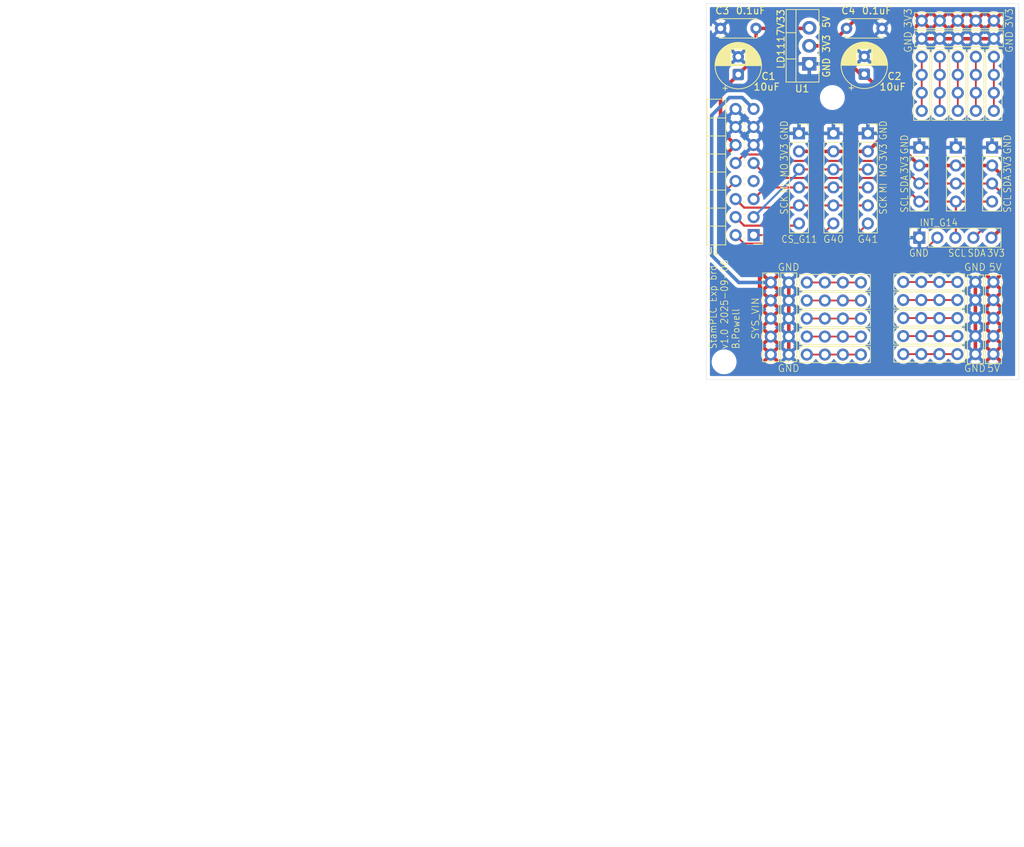
<source format=kicad_pcb>
(kicad_pcb (version 20241229) (generator "pcbnew") (generator_version "9.0")
  (title_block (title "${project_name}") (date "2025-09-06") (rev "1") (company "${company_name}"))
  (layers (0 "F.Cu" signal) (2 "B.Cu" signal) (13 "F.Paste" user) (15 "B.Paste" user) (5 "F.SilkS" user "F.Silkscreen") (7 "B.SilkS" user "B.Silkscreen") (1 "F.Mask" user) (3 "B.Mask" user) (25 "Edge.Cuts" user))
  (property "company_name" "Spark14")
  (property "project_name" "M5Stack StamPLC Expansion board")
  (net 0 "")
  (net 1 "+5V")
  (net 2 "GND")
  (net 3 "+3.3V")
  (net 4 "/INT_G14")
  (net 5 "/SYS_VIN")
  (net 6 "/SCK_G7")
  (net 7 "/MISO_G9")
  (net 8 "/SCL_G15")
  (net 9 "/SDA_G13")
  (net 10 "/CS_G11")
  (net 11 "/MOSI_G8")
  (net 12 "/PHY_RST_G3")
  (net 13 "/G41")
  (net 14 "/G40")
  (net 15 "Net-(J11-Pin_1)")
  (net 16 "Net-(J12-Pin_1)")
  (net 17 "Net-(J13-Pin_1)")
  (net 18 "Net-(J14-Pin_1)")
  (net 19 "Net-(J15-Pin_1)")
  (net 20 "Net-(J18-Pin_1)")
  (net 21 "Net-(J19-Pin_1)")
  (net 22 "Net-(J20-Pin_1)")
  (net 23 "Net-(J21-Pin_1)")
  (net 24 "Net-(J22-Pin_1)")
  (net 25 "Net-(J25-Pin_1)")
  (net 26 "Net-(J26-Pin_1)")
  (net 27 "Net-(J27-Pin_1)")
  (net 28 "Net-(J28-Pin_1)")
  (net 29 "Net-(J29-Pin_1)")
  (footprint "project_footprints:PinSocket_1x05_P2.54mm_Vertical_for_breadboard" (layer "F.Cu") (at 161.19 113.5)
    (property "Reference" "J17" (hide yes))
    (property "Value" "Conn_01x05" (hide yes))
    (pad "1" thru_hole circle (at 0 0) (size 1.7 1.7) (drill 1) (layers "*.Cu" "*.Mask") (net 1 "+5V"))
    (pad "2" thru_hole circle (at 0 2.54) (size 1.7 1.7) (drill 1) (layers "*.Cu" "*.Mask") (net 1 "+5V"))
    (pad "3" thru_hole circle (at 0 5.08) (size 1.7 1.7) (drill 1) (layers "*.Cu" "*.Mask") (net 1 "+5V"))
    (pad "4" thru_hole circle (at 0 7.62) (size 1.7 1.7) (drill 1) (layers "*.Cu" "*.Mask") (net 1 "+5V"))
    (pad "5" thru_hole circle (at 0 10.16) (size 1.7 1.7) (drill 1) (layers "*.Cu" "*.Mask") (net 1 "+5V"))
  )
  (footprint "project_footprints:PinSocket_1x04_P2.54mm_Vertical_for_breadboard" (layer "F.Cu") (at 134.902307 116.105 90)
    (property "Reference" "J28" (hide yes))
    (property "Value" "Conn_01x04" (hide yes))
    (pad "1" thru_hole circle (at 0 0 90) (size 1.7 1.7) (drill 1) (layers "*.Cu" "*.Mask") (net 28 "Net-(J28-Pin_1)"))
    (pad "2" thru_hole circle (at 0 2.54 90) (size 1.7 1.7) (drill 1) (layers "*.Cu" "*.Mask") (net 28 "Net-(J28-Pin_1)"))
    (pad "3" thru_hole circle (at 0 5.08 90) (size 1.7 1.7) (drill 1) (layers "*.Cu" "*.Mask") (net 28 "Net-(J28-Pin_1)"))
    (pad "4" thru_hole circle (at 0 7.62 90) (size 1.7 1.7) (drill 1) (layers "*.Cu" "*.Mask") (net 28 "Net-(J28-Pin_1)"))
  )
  (footprint "project_footprints:PinSocket_1x04_P2.54mm_Vertical_for_breadboard" (layer "F.Cu") (at 134.902307 121.185 90)
    (property "Reference" "J26" (hide yes))
    (property "Value" "Conn_01x04" (hide yes))
    (pad "1" thru_hole circle (at 0 0 90) (size 1.7 1.7) (drill 1) (layers "*.Cu" "*.Mask") (net 26 "Net-(J26-Pin_1)"))
    (pad "2" thru_hole circle (at 0 2.54 90) (size 1.7 1.7) (drill 1) (layers "*.Cu" "*.Mask") (net 26 "Net-(J26-Pin_1)"))
    (pad "3" thru_hole circle (at 0 5.08 90) (size 1.7 1.7) (drill 1) (layers "*.Cu" "*.Mask") (net 26 "Net-(J26-Pin_1)"))
    (pad "4" thru_hole circle (at 0 7.62 90) (size 1.7 1.7) (drill 1) (layers "*.Cu" "*.Mask") (net 26 "Net-(J26-Pin_1)"))
  )
  (footprint "Connector_PinSocket_2.54mm:PinSocket_1x06_P2.54mm_Vertical" (layer "F.Cu") (at 143.5 92.55)
    (property "Reference" "J4" (hide yes))
    (property "Value" "Conn_01x06" (hide yes))
    (fp_text user "3V3" (at 2.75 4 90) (layer "F.SilkS") (effects (font (size 1 0.9) (thickness 0.1)) (justify left bottom)))
    (fp_text user "SCK" (at 2.75 11.5 90) (layer "F.SilkS") (effects (font (size 1 0.9) (thickness 0.1)) (justify left bottom)))
    (fp_text user "MO" (at 2.75 6.25 90) (layer "F.SilkS") (effects (font (size 1 0.9) (thickness 0.1)) (justify left bottom)))
    (fp_text user "G41" (at -1.5 15.5 0) (layer "F.SilkS") (effects (font (thickness 0.1)) (justify left bottom)))
    (fp_text user "GND" (at 2.75 1 90) (layer "F.SilkS") (effects (font (size 1 0.9) (thickness 0.1)) (justify left bottom)))
    (fp_text user "MI" (at 2.75 8.5 90) (layer "F.SilkS") (effects (font (size 1 0.9) (thickness 0.1)) (justify left bottom)))
    (pad "1" thru_hole rect (at 0 0) (size 1.7 1.7) (drill 1) (layers "*.Cu" "*.Mask") (net 2 "GND"))
    (pad "2" thru_hole circle (at 0 2.54) (size 1.7 1.7) (drill 1) (layers "*.Cu" "*.Mask") (net 3 "+3.3V"))
    (pad "3" thru_hole circle (at 0 5.08) (size 1.7 1.7) (drill 1) (layers "*.Cu" "*.Mask") (net 11 "/MOSI_G8"))
    (pad "4" thru_hole circle (at 0 7.62) (size 1.7 1.7) (drill 1) (layers "*.Cu" "*.Mask") (net 7 "/MISO_G9"))
    (pad "5" thru_hole circle (at 0 10.16) (size 1.7 1.7) (drill 1) (layers "*.Cu" "*.Mask") (net 6 "/SCK_G7"))
    (pad "6" thru_hole circle (at 0 12.7) (size 1.7 1.7) (drill 1) (layers "*.Cu" "*.Mask") (net 13 "/G41"))
  )
  (footprint "project_footprints:PinSocket_1x04_P2.54mm_Vertical_for_breadboard" (layer "F.Cu") (at 151.09 81.75)
    (property "Reference" "J11" (hide yes))
    (property "Value" "Conn_01x04" (hide yes))
    (pad "1" thru_hole circle (at 0 0) (size 1.7 1.7) (drill 1) (layers "*.Cu" "*.Mask") (net 15 "Net-(J11-Pin_1)"))
    (pad "2" thru_hole circle (at 0 2.54) (size 1.7 1.7) (drill 1) (layers "*.Cu" "*.Mask") (net 15 "Net-(J11-Pin_1)"))
    (pad "3" thru_hole circle (at 0 5.08) (size 1.7 1.7) (drill 1) (layers "*.Cu" "*.Mask") (net 15 "Net-(J11-Pin_1)"))
    (pad "4" thru_hole circle (at 0 7.62) (size 1.7 1.7) (drill 1) (layers "*.Cu" "*.Mask") (net 15 "Net-(J11-Pin_1)"))
  )
  (footprint "Connector_PinSocket_2.54mm:PinSocket_1x05_P2.54mm_Vertical" (layer "F.Cu") (at 150.75 107.25 90)
    (property "Reference" "J8" (hide yes))
    (property "Value" "Conn_01x05" (hide yes))
    (fp_text user "GND" (at -2.75 -1.5 0) (layer "F.SilkS") (effects (font (size 1 0.9) (thickness 0.1)) (justify left bottom)))
    (fp_text user "SCL" (at -2.75 4 0) (layer "F.SilkS") (effects (font (size 1 0.9) (thickness 0.1)) (justify left bottom)))
    (fp_text user "INT_G14" (at 1.53 0 0) (layer "F.SilkS") (effects (font (size 1 0.9) (thickness 0.1)) (justify left bottom)))
    (fp_text user "SDA" (at -2.75 6.75 0) (layer "F.SilkS") (effects (font (size 1 0.9) (thickness 0.1)) (justify left bottom)))
    (fp_text user "3V3" (at -2.75 9.5 0) (layer "F.SilkS") (effects (font (size 1 0.9) (thickness 0.1)) (justify left bottom)))
    (pad "1" thru_hole rect (at 0 0 90) (size 1.7 1.7) (drill 1) (layers "*.Cu" "*.Mask") (net 2 "GND"))
    (pad "2" thru_hole circle (at 0 2.54 90) (size 1.7 1.7) (drill 1) (layers "*.Cu" "*.Mask") (net 4 "/INT_G14"))
    (pad "3" thru_hole circle (at 0 5.08 90) (size 1.7 1.7) (drill 1) (layers "*.Cu" "*.Mask") (net 8 "/SCL_G15"))
    (pad "4" thru_hole circle (at 0 7.62 90) (size 1.7 1.7) (drill 1) (layers "*.Cu" "*.Mask") (net 9 "/SDA_G13"))
    (pad "5" thru_hole circle (at 0 10.16 90) (size 1.7 1.7) (drill 1) (layers "*.Cu" "*.Mask") (net 3 "+3.3V"))
  )
  (footprint "Capacitor_THT:CP_Radial_D6.3mm_P2.50mm" (layer "F.Cu") (at 143 84.205113 90)
    (property "Reference" "C2" (at -0.294887 4.25 180) (layer "F.SilkS"))
    (property "Value" "10uF" (at -1.794887 4 180) (layer "F.SilkS"))
    (pad "1" thru_hole roundrect (at 0 0 90) (size 1.6 1.6) (drill 0.8) (layers "*.Cu" "*.Mask") (roundrect_rratio 0.15625) (net 3 "+3.3V"))
    (pad "2" thru_hole circle (at 2.5 0 90) (size 1.6 1.6) (drill 0.8) (layers "*.Cu" "*.Mask") (net 2 "GND"))
  )
  (footprint "project_footprints:PinSocket_1x05_P2.54mm_Vertical_for_breadboard" (layer "F.Cu") (at 151.09 79.21 90)
    (property "Reference" "J9" (hide yes))
    (property "Value" "Conn_01x05" (hide yes))
    (pad "1" thru_hole circle (at 0 0 90) (size 1.7 1.7) (drill 1) (layers "*.Cu" "*.Mask") (net 2 "GND"))
    (pad "2" thru_hole circle (at 0 2.54 90) (size 1.7 1.7) (drill 1) (layers "*.Cu" "*.Mask") (net 2 "GND"))
    (pad "3" thru_hole circle (at 0 5.08 90) (size 1.7 1.7) (drill 1) (layers "*.Cu" "*.Mask") (net 2 "GND"))
    (pad "4" thru_hole circle (at 0 7.62 90) (size 1.7 1.7) (drill 1) (layers "*.Cu" "*.Mask") (net 2 "GND"))
    (pad "5" thru_hole circle (at 0 10.16 90) (size 1.7 1.7) (drill 1) (layers "*.Cu" "*.Mask") (net 2 "GND"))
  )
  (footprint "project_footprints:PinSocket_1x04_P2.54mm_Vertical_for_breadboard" (layer "F.Cu") (at 156.17 81.75)
    (property "Reference" "J13" (hide yes))
    (property "Value" "Conn_01x04" (hide yes))
    (pad "1" thru_hole circle (at 0 0) (size 1.7 1.7) (drill 1) (layers "*.Cu" "*.Mask") (net 17 "Net-(J13-Pin_1)"))
    (pad "2" thru_hole circle (at 0 2.54) (size 1.7 1.7) (drill 1) (layers "*.Cu" "*.Mask") (net 17 "Net-(J13-Pin_1)"))
    (pad "3" thru_hole circle (at 0 5.08) (size 1.7 1.7) (drill 1) (layers "*.Cu" "*.Mask") (net 17 "Net-(J13-Pin_1)"))
    (pad "4" thru_hole circle (at 0 7.62) (size 1.7 1.7) (drill 1) (layers "*.Cu" "*.Mask") (net 17 "Net-(J13-Pin_1)"))
  )
  (footprint "Connector_PinSocket_2.54mm:PinSocket_1x04_P2.54mm_Vertical" (layer "F.Cu") (at 155.9 94.54)
    (property "Reference" "J6" (hide yes))
    (property "Value" "Conn_01x04" (hide yes))
    (pad "1" thru_hole rect (at 0 0) (size 1.7 1.7) (drill 1) (layers "*.Cu" "*.Mask") (net 2 "GND"))
    (pad "2" thru_hole circle (at 0 2.54) (size 1.7 1.7) (drill 1) (layers "*.Cu" "*.Mask") (net 3 "+3.3V"))
    (pad "3" thru_hole circle (at 0 5.08) (size 1.7 1.7) (drill 1) (layers "*.Cu" "*.Mask") (net 9 "/SDA_G13"))
    (pad "4" thru_hole circle (at 0 7.62) (size 1.7 1.7) (drill 1) (layers "*.Cu" "*.Mask") (net 8 "/SCL_G15"))
  )
  (footprint "Connector_PinSocket_2.54mm:PinSocket_1x06_P2.54mm_Vertical" (layer "F.Cu") (at 138.65 92.55)
    (property "Reference" "J3" (hide yes))
    (property "Value" "Conn_01x06" (hide yes))
    (fp_text user "G40" (at -1.5 15.5 0) (layer "F.SilkS") (effects (font (thickness 0.1)) (justify left bottom)))
    (pad "1" thru_hole rect (at 0 0) (size 1.7 1.7) (drill 1) (layers "*.Cu" "*.Mask") (net 2 "GND"))
    (pad "2" thru_hole circle (at 0 2.54) (size 1.7 1.7) (drill 1) (layers "*.Cu" "*.Mask") (net 3 "+3.3V"))
    (pad "3" thru_hole circle (at 0 5.08) (size 1.7 1.7) (drill 1) (layers "*.Cu" "*.Mask") (net 11 "/MOSI_G8"))
    (pad "4" thru_hole circle (at 0 7.62) (size 1.7 1.7) (drill 1) (layers "*.Cu" "*.Mask") (net 7 "/MISO_G9"))
    (pad "5" thru_hole circle (at 0 10.16) (size 1.7 1.7) (drill 1) (layers "*.Cu" "*.Mask") (net 6 "/SCK_G7"))
    (pad "6" thru_hole circle (at 0 12.7) (size 1.7 1.7) (drill 1) (layers "*.Cu" "*.Mask") (net 14 "/G40"))
  )
  (footprint "Capacitor_THT:C_Disc_D5.0mm_W2.5mm_P5.00mm" (layer "F.Cu") (at 127.75 77.75 180)
    (property "Reference" "C3" (at 4.75 2.5 0) (layer "F.SilkS"))
    (property "Value" "0.1uF" (at 0.75 2.5 0) (layer "F.SilkS"))
    (pad "1" thru_hole circle (at 0 0 180) (size 1.6 1.6) (drill 0.8) (layers "*.Cu" "*.Mask") (net 1 "+5V"))
    (pad "2" thru_hole circle (at 5 0 180) (size 1.6 1.6) (drill 0.8) (layers "*.Cu" "*.Mask") (net 2 "GND"))
  )
  (footprint "project_footprints:PinSocket_1x05_P2.54mm_Vertical_for_breadboard" (layer "F.Cu") (at 129.822307 123.725 180)
    (property "Reference" "J24" (hide yes))
    (property "Value" "Conn_01x05" (hide yes))
    (pad "1" thru_hole circle (at 0 0 180) (size 1.7 1.7) (drill 1) (layers "*.Cu" "*.Mask") (net 5 "/SYS_VIN"))
    (pad "2" thru_hole circle (at 0 2.54 180) (size 1.7 1.7) (drill 1) (layers "*.Cu" "*.Mask") (net 5 "/SYS_VIN"))
    (pad "3" thru_hole circle (at 0 5.08 180) (size 1.7 1.7) (drill 1) (layers "*.Cu" "*.Mask") (net 5 "/SYS_VIN"))
    (pad "4" thru_hole circle (at 0 7.62 180) (size 1.7 1.7) (drill 1) (layers "*.Cu" "*.Mask") (net 5 "/SYS_VIN"))
    (pad "5" thru_hole circle (at 0 10.16 180) (size 1.7 1.7) (drill 1) (layers "*.Cu" "*.Mask") (net 5 "/SYS_VIN"))
  )
  (footprint "project_footprints:PinSocket_1x04_P2.54mm_Vertical_for_breadboard" (layer "F.Cu") (at 158.71 81.75)
    (property "Reference" "J14" (hide yes))
    (property "Value" "Conn_01x04" (hide yes))
    (pad "1" thru_hole circle (at 0 0) (size 1.7 1.7) (drill 1) (layers "*.Cu" "*.Mask") (net 18 "Net-(J14-Pin_1)"))
    (pad "2" thru_hole circle (at 0 2.54) (size 1.7 1.7) (drill 1) (layers "*.Cu" "*.Mask") (net 18 "Net-(J14-Pin_1)"))
    (pad "3" thru_hole circle (at 0 5.08) (size 1.7 1.7) (drill 1) (layers "*.Cu" "*.Mask") (net 18 "Net-(J14-Pin_1)"))
    (pad "4" thru_hole circle (at 0 7.62) (size 1.7 1.7) (drill 1) (layers "*.Cu" "*.Mask") (net 18 "Net-(J14-Pin_1)"))
  )
  (footprint "Capacitor_THT:CP_Radial_D6.3mm_P2.50mm" (layer "F.Cu") (at 125.25 84.25 90)
    (property "Reference" "C1" (at -0.25 4.25 180) (layer "F.SilkS"))
    (property "Value" "10uF" (at -1.75 4 180) (layer "F.SilkS"))
    (pad "1" thru_hole roundrect (at 0 0 90) (size 1.6 1.6) (drill 0.8) (layers "*.Cu" "*.Mask") (roundrect_rratio 0.15625) (net 1 "+5V"))
    (pad "2" thru_hole circle (at 2.5 0 90) (size 1.6 1.6) (drill 0.8) (layers "*.Cu" "*.Mask") (net 2 "GND"))
  )
  (footprint "Package_TO_SOT_THT:TO-220-3_Vertical" (layer "F.Cu") (at 135.25 82.75 90)
    (property "Reference" "U1" (at -3.5 -1 180) (layer "F.SilkS"))
    (property "Value" "LD1117V33" (at 3.5 -4 90) (layer "F.SilkS"))
    (fp_text user "GND" (at -2 3 90) (layer "F.SilkS") (effects (font (size 1 0.9)) (justify left bottom)))
    (fp_text user "3V3" (at 1.5 3 90) (layer "F.SilkS") (effects (font (size 1 0.9)) (justify left bottom)))
    (fp_text user "5V" (at 5 3 90) (layer "F.SilkS") (effects (font (size 1 0.9)) (justify left bottom)))
    (pad "1" thru_hole rect (at 0 0 90) (size 1.905 2) (drill 1.1) (layers "*.Cu" "*.Mask") (net 2 "GND"))
    (pad "2" thru_hole oval (at 2.54 0 90) (size 1.905 2) (drill 1.1) (layers "*.Cu" "*.Mask") (net 3 "+3.3V"))
    (pad "3" thru_hole oval (at 5.08 0 90) (size 1.905 2) (drill 1.1) (layers "*.Cu" "*.Mask") (net 1 "+5V"))
  )
  (footprint "project_footprints:PinSocket_1x04_P2.54mm_Vertical_for_breadboard" (layer "F.Cu") (at 156.11 116.04 -90)
    (property "Reference" "J19" (hide yes))
    (property "Value" "Conn_01x04" (hide yes))
    (pad "1" thru_hole circle (at 0 0 270) (size 1.7 1.7) (drill 1) (layers "*.Cu" "*.Mask") (net 21 "Net-(J19-Pin_1)"))
    (pad "2" thru_hole circle (at 0 2.54 270) (size 1.7 1.7) (drill 1) (layers "*.Cu" "*.Mask") (net 21 "Net-(J19-Pin_1)"))
    (pad "3" thru_hole circle (at 0 5.08 270) (size 1.7 1.7) (drill 1) (layers "*.Cu" "*.Mask") (net 21 "Net-(J19-Pin_1)"))
    (pad "4" thru_hole circle (at 0 7.62 270) (size 1.7 1.7) (drill 1) (layers "*.Cu" "*.Mask") (net 21 "Net-(J19-Pin_1)"))
  )
  (footprint "project_footprints:PinSocket_1x05_P2.54mm_Vertical_for_breadboard" (layer "F.Cu") (at 132.362307 123.725 180)
    (property "Reference" "J23" (hide yes))
    (property "Value" "Conn_01x05" (hide yes))
    (pad "1" thru_hole circle (at 0 0 180) (size 1.7 1.7) (drill 1) (layers "*.Cu" "*.Mask") (net 2 "GND"))
    (pad "2" thru_hole circle (at 0 2.54 180) (size 1.7 1.7) (drill 1) (layers "*.Cu" "*.Mask") (net 2 "GND"))
    (pad "3" thru_hole circle (at 0 5.08 180) (size 1.7 1.7) (drill 1) (layers "*.Cu" "*.Mask") (net 2 "GND"))
    (pad "4" thru_hole circle (at 0 7.62 180) (size 1.7 1.7) (drill 1) (layers "*.Cu" "*.Mask") (net 2 "GND"))
    (pad "5" thru_hole circle (at 0 10.16 180) (size 1.7 1.7) (drill 1) (layers "*.Cu" "*.Mask") (net 2 "GND"))
  )
  (footprint "project_footprints:PinSocket_1x04_P2.54mm_Vertical_for_breadboard" (layer "F.Cu") (at 156.11 113.5 -90)
    (property "Reference" "J18" (hide yes))
    (property "Value" "Conn_01x04" (hide yes))
    (pad "1" thru_hole circle (at 0 0 270) (size 1.7 1.7) (drill 1) (layers "*.Cu" "*.Mask") (net 20 "Net-(J18-Pin_1)"))
    (pad "2" thru_hole circle (at 0 2.54 270) (size 1.7 1.7) (drill 1) (layers "*.Cu" "*.Mask") (net 20 "Net-(J18-Pin_1)"))
    (pad "3" thru_hole circle (at 0 5.08 270) (size 1.7 1.7) (drill 1) (layers "*.Cu" "*.Mask") (net 20 "Net-(J18-Pin_1)"))
    (pad "4" thru_hole circle (at 0 7.62 270) (size 1.7 1.7) (drill 1) (layers "*.Cu" "*.Mask") (net 20 "Net-(J18-Pin_1)"))
  )
  (footprint "Capacitor_THT:C_Disc_D5.0mm_W2.5mm_P5.00mm" (layer "F.Cu") (at 140.5 77.75)
    (property "Reference" "C4" (at 0.25 -2.5 0) (layer "F.SilkS"))
    (property "Value" "0.1uF" (at 4.25 -2.5 0) (layer "F.SilkS"))
    (pad "1" thru_hole circle (at 0 0) (size 1.6 1.6) (drill 0.8) (layers "*.Cu" "*.Mask") (net 3 "+3.3V"))
    (pad "2" thru_hole circle (at 5 0) (size 1.6 1.6) (drill 0.8) (layers "*.Cu" "*.Mask") (net 2 "GND"))
  )
  (footprint "Connector_PinHeader_2.54mm:PinHeader_2x08_P2.54mm_Horizontal" (layer "F.Cu") (at 127.41 106.89 180)
    (property "Reference" "J1" (at 5.655 -2.27 0) (layer "F.SilkS"))
    (property "Value" "Conn_02x08_Odd_Even" (hide yes))
    (pad "1" thru_hole rect (at 0 0 180) (size 1.7 1.7) (drill 1) (layers "*.Cu" "*.Mask") (net 14 "/G40"))
    (pad "2" thru_hole circle (at 2.54 0 180) (size 1.7 1.7) (drill 1) (layers "*.Cu" "*.Mask") (net 13 "/G41"))
    (pad "3" thru_hole circle (at 0 2.54 180) (size 1.7 1.7) (drill 1) (layers "*.Cu" "*.Mask") (net 11 "/MOSI_G8"))
    (pad "4" thru_hole circle (at 2.54 2.54 180) (size 1.7 1.7) (drill 1) (layers "*.Cu" "*.Mask") (net 10 "/CS_G11"))
    (pad "5" thru_hole circle (at 0 5.08 180) (size 1.7 1.7) (drill 1) (layers "*.Cu" "*.Mask") (net 7 "/MISO_G9"))
    (pad "6" thru_hole circle (at 2.54 5.08 180) (size 1.7 1.7) (drill 1) (layers "*.Cu" "*.Mask") (net 6 "/SCK_G7"))
    (pad "7" thru_hole circle (at 0 7.62 180) (size 1.7 1.7) (drill 1) (layers "*.Cu" "*.Mask") (net 12 "/PHY_RST_G3"))
    (pad "8" thru_hole circle (at 2.54 7.62 180) (size 1.7 1.7) (drill 1) (layers "*.Cu" "*.Mask") (net 4 "/INT_G14"))
    (pad "9" thru_hole circle (at 0 10.16 180) (size 1.7 1.7) (drill 1) (layers "*.Cu" "*.Mask") (net 8 "/SCL_G15"))
    (pad "10" thru_hole circle (at 2.54 10.16 180) (size 1.7 1.7) (drill 1) (layers "*.Cu" "*.Mask") (net 9 "/SDA_G13"))
    (pad "11" thru_hole circle (at 0 12.7 180) (size 1.7 1.7) (drill 1) (layers "*.Cu" "*.Mask") (net 2 "GND"))
    (pad "12" thru_hole circle (at 2.54 12.7 180) (size 1.7 1.7) (drill 1) (layers "*.Cu" "*.Mask") (net 1 "+5V"))
    (pad "13" thru_hole circle (at 0 15.24 180) (size 1.7 1.7) (drill 1) (layers "*.Cu" "*.Mask") (net 2 "GND"))
    (pad "14" thru_hole circle (at 2.54 15.24 180) (size 1.7 1.7) (drill 1) (layers "*.Cu" "*.Mask") (net 2 "GND"))
    (pad "15" thru_hole circle (at 0 17.78 180) (size 1.7 1.7) (drill 1) (layers "*.Cu" "*.Mask") (net 5 "/SYS_VIN"))
    (pad "16" thru_hole circle (at 2.54 17.78 180) (size 1.7 1.7) (drill 1) (layers "*.Cu" "*.Mask") (net 2 "GND"))
  )
  (footprint "project_footprints:PinSocket_1x04_P2.54mm_Vertical_for_breadboard" (layer "F.Cu") (at 156.11 118.58 -90)
    (property "Reference" "J20" (hide yes))
    (property "Value" "Conn_01x04" (hide yes))
    (pad "1" thru_hole circle (at 0 0 270) (size 1.7 1.7) (drill 1) (layers "*.Cu" "*.Mask") (net 22 "Net-(J20-Pin_1)"))
    (pad "2" thru_hole circle (at 0 2.54 270) (size 1.7 1.7) (drill 1) (layers "*.Cu" "*.Mask") (net 22 "Net-(J20-Pin_1)"))
    (pad "3" thru_hole circle (at 0 5.08 270) (size 1.7 1.7) (drill 1) (layers "*.Cu" "*.Mask") (net 22 "Net-(J20-Pin_1)"))
    (pad "4" thru_hole circle (at 0 7.62 270) (size 1.7 1.7) (drill 1) (layers "*.Cu" "*.Mask") (net 22 "Net-(J20-Pin_1)"))
  )
  (footprint "project_footprints:PinSocket_1x04_P2.54mm_Vertical_for_breadboard" (layer "F.Cu") (at 156.11 123.66 -90)
    (property "Reference" "J22" (hide yes))
    (property "Value" "Conn_01x04" (hide yes))
    (pad "1" thru_hole circle (at 0 0 270) (size 1.7 1.7) (drill 1) (layers "*.Cu" "*.Mask") (net 24 "Net-(J22-Pin_1)"))
    (pad "2" thru_hole circle (at 0 2.54 270) (size 1.7 1.7) (drill 1) (layers "*.Cu" "*.Mask") (net 24 "Net-(J22-Pin_1)"))
    (pad "3" thru_hole circle (at 0 5.08 270) (size 1.7 1.7) (drill 1) (layers "*.Cu" "*.Mask") (net 24 "Net-(J22-Pin_1)"))
    (pad "4" thru_hole circle (at 0 7.62 270) (size 1.7 1.7) (drill 1) (layers "*.Cu" "*.Mask") (net 24 "Net-(J22-Pin_1)"))
  )
  (footprint "project_footprints:PinSocket_1x05_P2.54mm_Vertical_for_breadboard" (layer "F.Cu") (at 151.09 76.67 90)
    (property "Reference" "J10" (hide yes))
    (property "Value" "Conn_01x05" (hide yes))
    (pad "1" thru_hole circle (at 0 0 90) (size 1.7 1.7) (drill 1) (layers "*.Cu" "*.Mask") (net 3 "+3.3V"))
    (pad "2" thru_hole circle (at 0 2.54 90) (size 1.7 1.7) (drill 1) (layers "*.Cu" "*.Mask") (net 3 "+3.3V"))
    (pad "3" thru_hole circle (at 0 5.08 90) (size 1.7 1.7) (drill 1) (layers "*.Cu" "*.Mask") (net 3 "+3.3V"))
    (pad "4" thru_hole circle (at 0 7.62 90) (size 1.7 1.7) (drill 1) (layers "*.Cu" "*.Mask") (net 3 "+3.3V"))
    (pad "5" thru_hole circle (at 0 10.16 90) (size 1.7 1.7) (drill 1) (layers "*.Cu" "*.Mask") (net 3 "+3.3V"))
  )
  (footprint "project_footprints:PinSocket_1x04_P2.54mm_Vertical_for_breadboard" (layer "F.Cu") (at 161.25 81.75)
    (property "Reference" "J15" (hide yes))
    (property "Value" "Conn_01x04" (hide yes))
    (pad "1" thru_hole circle (at 0 0) (size 1.7 1.7) (drill 1) (layers "*.Cu" "*.Mask") (net 19 "Net-(J15-Pin_1)"))
    (pad "2" thru_hole circle (at 0 2.54) (size 1.7 1.7) (drill 1) (layers "*.Cu" "*.Mask") (net 19 "Net-(J15-Pin_1)"))
    (pad "3" thru_hole circle (at 0 5.08) (size 1.7 1.7) (drill 1) (layers "*.Cu" "*.Mask") (net 19 "Net-(J15-Pin_1)"))
    (pad "4" thru_hole circle (at 0 7.62) (size 1.7 1.7) (drill 1) (layers "*.Cu" "*.Mask") (net 19 "Net-(J15-Pin_1)"))
  )
  (footprint "project_footprints:PinSocket_1x04_P2.54mm_Vertical_for_breadboard" (layer "F.Cu") (at 134.902307 123.725 90)
    (property "Reference" "J25" (hide yes))
    (property "Value" "Conn_01x04" (hide yes))
    (pad "1" thru_hole circle (at 0 0 90) (size 1.7 1.7) (drill 1) (layers "*.Cu" "*.Mask") (net 25 "Net-(J25-Pin_1)"))
    (pad "2" thru_hole circle (at 0 2.54 90) (size 1.7 1.7) (drill 1) (layers "*.Cu" "*.Mask") (net 25 "Net-(J25-Pin_1)"))
    (pad "3" thru_hole circle (at 0 5.08 90) (size 1.7 1.7) (drill 1) (layers "*.Cu" "*.Mask") (net 25 "Net-(J25-Pin_1)"))
    (pad "4" thru_hole circle (at 0 7.62 90) (size 1.7 1.7) (drill 1) (layers "*.Cu" "*.Mask") (net 25 "Net-(J25-Pin_1)"))
  )
  (footprint "Connector_PinSocket_2.54mm:PinSocket_1x04_P2.54mm_Vertical" (layer "F.Cu") (at 161 94.54)
    (property "Reference" "J7" (hide yes))
    (property "Value" "Conn_01x04" (hide yes))
    (fp_text user "GND" (at 2.75 1 90) (layer "F.SilkS") (effects (font (size 1 0.9) (thickness 0.1)) (justify left bottom)))
    (fp_text user "3V3" (at 2.75 3.75 90) (layer "F.SilkS") (effects (font (size 1 0.9) (thickness 0.1)) (justify left bottom)))
    (fp_text user "SCL" (at 2.75 9.25 90) (layer "F.SilkS") (effects (font (size 1 0.9) (thickness 0.1)) (justify left bottom)))
    (fp_text user "SDA" (at 2.75 6.5 90) (layer "F.SilkS") (effects (font (size 1 0.9) (thickness 0.1)) (justify left bottom)))
    (pad "1" thru_hole rect (at 0 0) (size 1.7 1.7) (drill 1) (layers "*.Cu" "*.Mask") (net 2 "GND"))
    (pad "2" thru_hole circle (at 0 2.54) (size 1.7 1.7) (drill 1) (layers "*.Cu" "*.Mask") (net 3 "+3.3V"))
    (pad "3" thru_hole circle (at 0 5.08) (size 1.7 1.7) (drill 1) (layers "*.Cu" "*.Mask") (net 9 "/SDA_G13"))
    (pad "4" thru_hole circle (at 0 7.62) (size 1.7 1.7) (drill 1) (layers "*.Cu" "*.Mask") (net 8 "/SCL_G15"))
  )
  (footprint "project_footprints:PinSocket_1x04_P2.54mm_Vertical_for_breadboard" (layer "F.Cu") (at 134.902307 113.565 90)
    (property "Reference" "J29" (hide yes))
    (property "Value" "Conn_01x04" (hide yes))
    (pad "1" thru_hole circle (at 0 0 90) (size 1.7 1.7) (drill 1) (layers "*.Cu" "*.Mask") (net 29 "Net-(J29-Pin_1)"))
    (pad "2" thru_hole circle (at 0 2.54 90) (size 1.7 1.7) (drill 1) (layers "*.Cu" "*.Mask") (net 29 "Net-(J29-Pin_1)"))
    (pad "3" thru_hole circle (at 0 5.08 90) (size 1.7 1.7) (drill 1) (layers "*.Cu" "*.Mask") (net 29 "Net-(J29-Pin_1)"))
    (pad "4" thru_hole circle (at 0 7.62 90) (size 1.7 1.7) (drill 1) (layers "*.Cu" "*.Mask") (net 29 "Net-(J29-Pin_1)"))
  )
  (footprint "project_footprints:PinSocket_1x05_P2.54mm_Vertical_for_breadboard" (layer "F.Cu") (at 158.65 113.5)
    (property "Reference" "J16" (hide yes))
    (property "Value" "Conn_01x05" (hide yes))
    (pad "1" thru_hole circle (at 0 0) (size 1.7 1.7) (drill 1) (layers "*.Cu" "*.Mask") (net 2 "GND"))
    (pad "2" thru_hole circle (at 0 2.54) (size 1.7 1.7) (drill 1) (layers "*.Cu" "*.Mask") (net 2 "GND"))
    (pad "3" thru_hole circle (at 0 5.08) (size 1.7 1.7) (drill 1) (layers "*.Cu" "*.Mask") (net 2 "GND"))
    (pad "4" thru_hole circle (at 0 7.62) (size 1.7 1.7) (drill 1) (layers "*.Cu" "*.Mask") (net 2 "GND"))
    (pad "5" thru_hole circle (at 0 10.16) (size 1.7 1.7) (drill 1) (layers "*.Cu" "*.Mask") (net 2 "GND"))
  )
  (footprint "MountingHole:MountingHole_2mm" (layer "F.Cu") (at 123.25 124.75)
    (property "Reference" "H1" (hide yes))
    (property "Value" "MountingHole" (hide yes))
    (pad "" np_thru_hole circle (at 0 0) (size 2 2) (drill 2) (layers "*.Cu" "*.Mask"))
  )
  (footprint "Connector_PinSocket_2.54mm:PinSocket_1x04_P2.54mm_Vertical" (layer "F.Cu") (at 150.75 94.54)
    (property "Reference" "J5" (hide yes))
    (property "Value" "Conn_01x04" (hide yes))
    (fp_text user "3V3" (at -1.5 3.75 90) (layer "F.SilkS") (effects (font (size 1 0.9) (thickness 0.1)) (justify left bottom)))
    (fp_text user "GND" (at -1.5 1 90) (layer "F.SilkS") (effects (font (size 1 0.9) (thickness 0.1)) (justify left bottom)))
    (fp_text user "SDA" (at -1.5 6.5 90) (layer "F.SilkS") (effects (font (size 1 0.9) (thickness 0.1)) (justify left bottom)))
    (fp_text user "SCL" (at -1.5 9.25 90) (layer "F.SilkS") (effects (font (size 1 0.9) (thickness 0.1)) (justify left bottom)))
    (pad "1" thru_hole rect (at 0 0) (size 1.7 1.7) (drill 1) (layers "*.Cu" "*.Mask") (net 2 "GND"))
    (pad "2" thru_hole circle (at 0 2.54) (size 1.7 1.7) (drill 1) (layers "*.Cu" "*.Mask") (net 3 "+3.3V"))
    (pad "3" thru_hole circle (at 0 5.08) (size 1.7 1.7) (drill 1) (layers "*.Cu" "*.Mask") (net 9 "/SDA_G13"))
    (pad "4" thru_hole circle (at 0 7.62) (size 1.7 1.7) (drill 1) (layers "*.Cu" "*.Mask") (net 8 "/SCL_G15"))
  )
  (footprint "project_footprints:PinSocket_1x04_P2.54mm_Vertical_for_breadboard" (layer "F.Cu") (at 153.63 81.75)
    (property "Reference" "J12" (hide yes))
    (property "Value" "Conn_01x04" (hide yes))
    (pad "1" thru_hole circle (at 0 0) (size 1.7 1.7) (drill 1) (layers "*.Cu" "*.Mask") (net 16 "Net-(J12-Pin_1)"))
    (pad "2" thru_hole circle (at 0 2.54) (size 1.7 1.7) (drill 1) (layers "*.Cu" "*.Mask") (net 16 "Net-(J12-Pin_1)"))
    (pad "3" thru_hole circle (at 0 5.08) (size 1.7 1.7) (drill 1) (layers "*.Cu" "*.Mask") (net 16 "Net-(J12-Pin_1)"))
    (pad "4" thru_hole circle (at 0 7.62) (size 1.7 1.7) (drill 1) (layers "*.Cu" "*.Mask") (net 16 "Net-(J12-Pin_1)"))
  )
  (footprint "Connector_PinSocket_2.54mm:PinSocket_1x06_P2.54mm_Vertical" (layer "F.Cu") (at 133.8 92.55)
    (property "Reference" "J2" (hide yes))
    (property "Value" "Conn_01x06" (hide yes))
    (fp_text user "SCK" (at -1.5 11.5 90) (layer "F.SilkS") (effects (font (size 1 0.9) (thickness 0.1)) (justify left bottom)))
    (fp_text user "CS_G11" (at -2.55 15.5 0) (layer "F.SilkS") (effects (font (size 1 0.9) (thickness 0.1)) (justify left bottom)))
    (fp_text user "MO" (at -1.5 6.25 90) (layer "F.SilkS") (effects (font (size 1 0.9) (thickness 0.1)) (justify left bottom)))
    (fp_text user "MI" (at -1.5 8.5 90) (layer "F.SilkS") (effects (font (size 1 0.9) (thickness 0.1)) (justify left bottom)))
    (fp_text user "3V3" (at -1.5 4 90) (layer "F.SilkS") (effects (font (size 1 0.9) (thickness 0.1)) (justify left bottom)))
    (fp_text user "GND" (at -1.5 1 90) (layer "F.SilkS") (effects (font (size 1 0.9) (thickness 0.1)) (justify left bottom)))
    (pad "1" thru_hole rect (at 0 0) (size 1.7 1.7) (drill 1) (layers "*.Cu" "*.Mask") (net 2 "GND"))
    (pad "2" thru_hole circle (at 0 2.54) (size 1.7 1.7) (drill 1) (layers "*.Cu" "*.Mask") (net 3 "+3.3V"))
    (pad "3" thru_hole circle (at 0 5.08) (size 1.7 1.7) (drill 1) (layers "*.Cu" "*.Mask") (net 11 "/MOSI_G8"))
    (pad "4" thru_hole circle (at 0 7.62) (size 1.7 1.7) (drill 1) (layers "*.Cu" "*.Mask") (net 7 "/MISO_G9"))
    (pad "5" thru_hole circle (at 0 10.16) (size 1.7 1.7) (drill 1) (layers "*.Cu" "*.Mask") (net 6 "/SCK_G7"))
    (pad "6" thru_hole circle (at 0 12.7) (size 1.7 1.7) (drill 1) (layers "*.Cu" "*.Mask") (net 10 "/CS_G11"))
  )
  (footprint "project_footprints:PinSocket_1x04_P2.54mm_Vertical_for_breadboard" (layer "F.Cu") (at 134.902307 118.645 90)
    (property "Reference" "J27" (hide yes))
    (property "Value" "Conn_01x04" (hide yes))
    (pad "1" thru_hole circle (at 0 0 90) (size 1.7 1.7) (drill 1) (layers "*.Cu" "*.Mask") (net 27 "Net-(J27-Pin_1)"))
    (pad "2" thru_hole circle (at 0 2.54 90) (size 1.7 1.7) (drill 1) (layers "*.Cu" "*.Mask") (net 27 "Net-(J27-Pin_1)"))
    (pad "3" thru_hole circle (at 0 5.08 90) (size 1.7 1.7) (drill 1) (layers "*.Cu" "*.Mask") (net 27 "Net-(J27-Pin_1)"))
    (pad "4" thru_hole circle (at 0 7.62 90) (size 1.7 1.7) (drill 1) (layers "*.Cu" "*.Mask") (net 27 "Net-(J27-Pin_1)"))
  )
  (footprint "MountingHole:MountingHole_2mm" (layer "F.Cu") (at 138.5 87.5)
    (property "Reference" "H2" (hide yes))
    (property "Value" "MountingHole" (hide yes))
    (pad "" np_thru_hole circle (at 0 0) (size 2 2) (drill 2) (layers "*.Cu" "*.Mask"))
  )
  (footprint "project_footprints:PinSocket_1x04_P2.54mm_Vertical_for_breadboard" (layer "F.Cu") (at 156.11 121.12 -90)
    (property "Reference" "J21" (hide yes))
    (property "Value" "Conn_01x04" (hide yes))
    (pad "1" thru_hole circle (at 0 0 270) (size 1.7 1.7) (drill 1) (layers "*.Cu" "*.Mask") (net 23 "Net-(J21-Pin_1)"))
    (pad "2" thru_hole circle (at 0 2.54 270) (size 1.7 1.7) (drill 1) (layers "*.Cu" "*.Mask") (net 23 "Net-(J21-Pin_1)"))
    (pad "3" thru_hole circle (at 0 5.08 270) (size 1.7 1.7) (drill 1) (layers "*.Cu" "*.Mask") (net 23 "Net-(J21-Pin_1)"))
    (pad "4" thru_hole circle (at 0 7.62 270) (size 1.7 1.7) (drill 1) (layers "*.Cu" "*.Mask") (net 23 "Net-(J21-Pin_1)"))
  )
  (gr_line (start 120.75 74.25) (end 164.75 74.25) (stroke (width 0.05)) (layer "Edge.Cuts"))
  (gr_line (start 120.75 127.25) (end 120.75 74.25) (stroke (width 0.05)) (layer "Edge.Cuts"))
  (gr_line (start 164.75 127.25) (end 120.75 127.25) (stroke (width 0.05)) (layer "Edge.Cuts"))
  (gr_line (start 164.75 74.25) (end 164.75 127.25) (stroke (width 0.05)) (layer "Edge.Cuts"))
  (gr_text "SYS_VIN" (at 128.25 121.645 90) (layer "F.SilkS") (effects (font (size 1 1) (thickness 0.1)) (justify left bottom)))
  (gr_text "5V" (at 160.25 126.25 0) (layer "F.SilkS") (effects (font (size 1 1) (thickness 0.1)) (justify left bottom)))
  (gr_text "5V" (at 160.49 112 0) (layer "F.SilkS") (effects (font (size 1 1) (thickness 0.1)) (justify left bottom)))
  (gr_text "3V3" (at 149.75 77.75 90) (layer "F.SilkS") (effects (font (size 1 1) (thickness 0.1)) (justify left bottom)))
  (gr_text "GND" (at 130.75 126.25 0) (layer "F.SilkS") (effects (font (size 1 1) (thickness 0.1)) (justify left bottom)))
  (gr_text "GND" (at 130.75 112 0) (layer "F.SilkS") (effects (font (size 1 1) (thickness 0.1)) (justify left bottom)))
  (gr_text "GND" (at 157 112 0) (layer "F.SilkS") (effects (font (size 1 1) (thickness 0.1)) (justify left bottom)))
  (gr_text "GND" (at 149.75 81.25 90) (layer "F.SilkS") (effects (font (size 1 1) (thickness 0.1)) (justify left bottom)))
  (gr_text "GND" (at 164 81.25 90) (layer "F.SilkS") (effects (font (size 1 1) (thickness 0.1)) (justify left bottom)))
  (gr_text "GND" (at 156.99 126.25 0) (layer "F.SilkS") (effects (font (size 1 1) (thickness 0.1)) (justify left bottom)))
  (gr_text "StamPLC Exp brd\nv1.0 2025-09-06\nB.Powell" (at 125.5 123 90) (layer "F.SilkS") (effects (font (size 1 0.9) (thickness 0.1)) (justify left bottom)))
  (gr_text "3V3" (at 164 77.75 90) (layer "F.SilkS") (effects (font (size 1 1) (thickness 0.1)) (justify left bottom)))
  (segment (start 125.25 84.25) (end 127.75 81.75) (width 0.5) (layer "F.Cu") (net 1))
  (segment (start 161.19 113.5) (end 157.94 110.25) (width 0.5) (layer "F.Cu") (net 1))
  (segment (start 124 110.25) (end 122.5 108.75) (width 0.5) (layer "F.Cu") (net 1))
  (segment (start 127.75 77.75) (end 135.17 77.75) (width 0.5) (layer "F.Cu") (net 1))
  (segment (start 135.17 77.75) (end 135.25 77.67) (width 0.5) (layer "F.Cu") (net 1))
  (segment (start 127.75 81.75) (end 127.75 77.75) (width 0.5) (layer "F.Cu") (net 1))
  (segment (start 122.75 86.75) (end 125.25 84.25) (width 0.5) (layer "F.Cu") (net 1))
  (segment (start 124.87 94.19) (end 122.75 92.07) (width 0.5) (layer "F.Cu") (net 1))
  (segment (start 122.75 92.07) (end 122.75 86.75) (width 0.5) (layer "F.Cu") (net 1))
  (segment (start 122.5 108.75) (end 122.5 96.56) (width 0.5) (layer "F.Cu") (net 1))
  (segment (start 122.5 96.56) (end 124.87 94.19) (width 0.5) (layer "F.Cu") (net 1))
  (segment (start 157.94 110.25) (end 124 110.25) (width 0.5) (layer "F.Cu") (net 1))
  (segment (start 132.362307 123.725) (end 132.362307 121.185) (width 0.5) (layer "F.Cu") (net 2))
  (segment (start 158.65 116.04) (end 158.65 118.58) (width 0.5) (layer "F.Cu") (net 2))
  (segment (start 158.71 79.21) (end 161.25 79.21) (width 0.5) (layer "F.Cu") (net 2))
  (segment (start 158.65 121.12) (end 158.65 123.66) (width 0.5) (layer "F.Cu") (net 2))
  (segment (start 151.09 79.21) (end 153.63 79.21) (width 0.5) (layer "F.Cu") (net 2))
  (segment (start 132.362307 116.105) (end 132.362307 113.565) (width 0.5) (layer "F.Cu") (net 2))
  (segment (start 132.362307 118.645) (end 132.362307 116.105) (width 0.5) (layer "F.Cu") (net 2))
  (segment (start 156.17 79.21) (end 158.71 79.21) (width 0.5) (layer "F.Cu") (net 2))
  (segment (start 153.63 79.21) (end 156.17 79.21) (width 0.5) (layer "F.Cu") (net 2))
  (segment (start 158.65 118.58) (end 158.65 121.12) (width 0.5) (layer "F.Cu") (net 2))
  (segment (start 132.362307 121.185) (end 132.362307 118.645) (width 0.5) (layer "F.Cu") (net 2))
  (segment (start 158.65 113.5) (end 158.65 116.04) (width 0.5) (layer "F.Cu") (net 2))
  (segment (start 150.75 97.08) (end 155.9 97.08) (width 0.5) (layer "F.Cu") (net 3))
  (segment (start 138.04 80.21) (end 140.5 77.75) (width 0.5) (layer "F.Cu") (net 3))
  (segment (start 163.5 99.58) (end 163.5 104.75) (width 0.5) (layer "F.Cu") (net 3))
  (segment (start 142.5 75.75) (end 150.17 75.75) (width 0.5) (layer "F.Cu") (net 3))
  (segment (start 138.65 95.09) (end 133.8 95.09) (width 0.5) (layer "F.Cu") (net 3))
  (segment (start 140.5 77.75) (end 142.5 75.75) (width 0.5) (layer "F.Cu") (net 3))
  (segment (start 143.5 95.09) (end 138.65 95.09) (width 0.5) (layer "F.Cu") (net 3))
  (segment (start 163.5 104.75) (end 161 107.25) (width 0.5) (layer "F.Cu") (net 3))
  (segment (start 150.17 75.75) (end 151.09 76.67) (width 0.5) (layer "F.Cu") (net 3))
  (segment (start 146.25 92.58) (end 150.75 97.08) (width 0.5) (layer "F.Cu") (net 3))
  (segment (start 146.25 92.34) (end 146.25 92.58) (width 0.5) (layer "F.Cu") (net 3))
  (segment (start 143 84.205113) (end 146.25 87.455113) (width 0.5) (layer "F.Cu") (net 3))
  (segment (start 155.9 97.08) (end 161 97.08) (width 0.5) (layer "F.Cu") (net 3))
  (segment (start 146.25 92.34) (end 143.5 95.09) (width 0.5) (layer "F.Cu") (net 3))
  (segment (start 142.455113 84.205113) (end 143 84.205113) (width 0.5) (layer "F.Cu") (net 3))
  (segment (start 135.25 80.21) (end 138.46 80.21) (width 0.5) (layer "F.Cu") (net 3))
  (segment (start 161 107.25) (end 160.91 107.25) (width 0.5) (layer "F.Cu") (net 3))
  (segment (start 161 97.08) (end 163.5 99.58) (width 0.5) (layer "F.Cu") (net 3))
  (segment (start 146.25 87.455113) (end 146.25 92.34) (width 0.5) (layer "F.Cu") (net 3))
  (segment (start 138.46 80.21) (end 142.455113 84.205113) (width 0.5) (layer "F.Cu") (net 3))
  (segment (start 135.25 80.21) (end 138.04 80.21) (width 0.5) (layer "F.Cu") (net 3))
  (segment (start 151.5 109) (end 124.75 109) (width 0.25) (layer "F.Cu") (net 4))
  (segment (start 123.25 107.5) (end 123.25 100.89) (width 0.25) (layer "F.Cu") (net 4))
  (segment (start 153.29 107.25) (end 153.25 107.25) (width 0.25) (layer "F.Cu") (net 4))
  (segment (start 123.25 100.89) (end 124.87 99.27) (width 0.25) (layer "F.Cu") (net 4))
  (segment (start 153.25 107.25) (end 151.5 109) (width 0.25) (layer "F.Cu") (net 4))
  (segment (start 124.75 109) (end 123.25 107.5) (width 0.25) (layer "F.Cu") (net 4))
  (segment (start 125.8 87.5) (end 124 87.5) (width 0.5) (layer "B.Cu") (net 5))
  (segment (start 124 87.5) (end 121.5 90) (width 0.5) (layer "B.Cu") (net 5))
  (segment (start 121.5 109.75) (end 125.315 113.565) (width 0.5) (layer "B.Cu") (net 5))
  (segment (start 127.41 89.11) (end 125.8 87.5) (width 0.5) (layer "B.Cu") (net 5))
  (segment (start 125.315 113.565) (end 129.822307 113.565) (width 0.5) (layer "B.Cu") (net 5))
  (segment (start 121.5 90) (end 121.5 109.75) (width 0.5) (layer "B.Cu") (net 5))
  (segment (start 138.65 102.71) (end 143.5 102.71) (width 0.3) (layer "F.Cu") (net 6))
  (segment (start 133.8 102.71) (end 138.65 102.71) (width 0.3) (layer "F.Cu") (net 6))
  (segment (start 126.071 103.011) (end 133.499 103.011) (width 0.3) (layer "F.Cu") (net 6))
  (segment (start 133.499 103.011) (end 133.8 102.71) (width 0.3) (layer "F.Cu") (net 6))
  (segment (start 124.87 101.81) (end 126.071 103.011) (width 0.3) (layer "F.Cu") (net 6))
  (segment (start 133.8 100.17) (end 138.65 100.17) (width 0.3) (layer "F.Cu") (net 7))
  (segment (start 138.65 100.17) (end 143.5 100.17) (width 0.3) (layer "F.Cu") (net 7))
  (segment (start 129.05 100.17) (end 133.8 100.17) (width 0.3) (layer "F.Cu") (net 7))
  (segment (start 127.41 101.81) (end 129.05 100.17) (width 0.3) (layer "F.Cu") (net 7))
  (segment (start 147.421 98.831) (end 150.75 102.16) (width 0.3) (layer "F.Cu") (net 8))
  (segment (start 129.511 98.831) (end 147.421 98.831) (width 0.3) (layer "F.Cu") (net 8))
  (segment (start 160.75 102.16) (end 160.71 102.12) (width 0.3) (layer "F.Cu") (net 8))
  (segment (start 155.9 102.16) (end 161 102.16) (width 0.3) (layer "F.Cu") (net 8))
  (segment (start 155.9 107.18) (end 155.83 107.25) (width 0.3) (layer "F.Cu") (net 8))
  (segment (start 127.41 96.73) (end 129.511 98.831) (width 0.3) (layer "F.Cu") (net 8))
  (segment (start 161 102.16) (end 160.75 102.16) (width 0.3) (layer "F.Cu") (net 8))
  (segment (start 155.9 102.16) (end 155.9 107.18) (width 0.3) (layer "F.Cu") (net 8))
  (segment (start 160.71 102.12) (end 160.5 102.12) (width 0.3) (layer "F.Cu") (net 8))
  (segment (start 151.051216 102.16) (end 150.75 102.16) (width 0.3) (layer "F.Cu") (net 8))
  (segment (start 150.75 102.16) (end 155.9 102.16) (width 0.3) (layer "F.Cu") (net 8))
  (segment (start 131.429 96.429) (end 147.559 96.429) (width 0.3) (layer "F.Cu") (net 9))
  (segment (start 130.529 95.529) (end 131.429 96.429) (width 0.3) (layer "F.Cu") (net 9))
  (segment (start 151.118357 99.637141) (end 150.767141 99.637141) (width 0.3) (layer "F.Cu") (net 9))
  (segment (start 124.87 96.73) (end 126.071 95.529) (width 0.3) (layer "F.Cu") (net 9))
  (segment (start 161 99.62) (end 162.5 101.12) (width 0.3) (layer "F.Cu") (net 9))
  (segment (start 150.767141 99.637141) (end 150.75 99.62) (width 0.3) (layer "F.Cu") (net 9))
  (segment (start 150.75 99.62) (end 155.9 99.62) (width 0.3) (layer "F.Cu") (net 9))
  (segment (start 158.435 107.25) (end 158.37 107.25) (width 0.3) (layer "F.Cu") (net 9))
  (segment (start 162.5 103.185) (end 158.435 107.25) (width 0.3) (layer "F.Cu") (net 9))
  (segment (start 162.5 101.12) (end 162.5 103.185) (width 0.3) (layer "F.Cu") (net 9))
  (segment (start 147.559 96.429) (end 150.75 99.62) (width 0.3) (layer "F.Cu") (net 9))
  (segment (start 155.9 99.62) (end 161 99.62) (width 0.3) (layer "F.Cu") (net 9))
  (segment (start 126.071 95.529) (end 130.529 95.529) (width 0.3) (layer "F.Cu") (net 9))
  (segment (start 124.87 104.35) (end 126.071 105.551) (width 0.3) (layer "F.Cu") (net 10))
  (segment (start 133.499 105.551) (end 133.8 105.25) (width 0.3) (layer "F.Cu") (net 10))
  (segment (start 126.071 105.551) (end 133.499 105.551) (width 0.3) (layer "F.Cu") (net 10))
  (segment (start 138.65 97.63) (end 143.5 97.63) (width 0.3) (layer "F.Cu") (net 11))
  (segment (start 127.41 104.35) (end 126.70148 104.35) (width 0.3) (layer "F.Cu") (net 11))
  (segment (start 133.8 97.63) (end 138.65 97.63) (width 0.3) (layer "F.Cu") (net 11))
  (segment (start 127.41 104.35) (end 133.8 97.96) (width 0.3) (layer "B.Cu") (net 11))
  (segment (start 133.8 97.96) (end 133.8 97.63) (width 0.3) (layer "B.Cu") (net 11))
  (segment (start 124.87 106.89) (end 126.046 108.066) (width 0.25) (layer "F.Cu") (net 13))
  (segment (start 126.046 108.066) (end 140.684 108.066) (width 0.25) (layer "F.Cu") (net 13))
  (segment (start 140.684 108.066) (end 143.5 105.25) (width 0.25) (layer "F.Cu") (net 13))
  (segment (start 137.01 106.89) (end 138.65 105.25) (width 0.25) (layer "F.Cu") (net 14))
  (segment (start 127.41 106.89) (end 137.01 106.89) (width 0.25) (layer "F.Cu") (net 14))
  (segment (start 151.09 81.75) (end 151.09 84.29) (width 0.25) (layer "F.Cu") (net 15))
  (segment (start 151.09 86.83) (end 151.09 89.37) (width 0.25) (layer "F.Cu") (net 15))
  (segment (start 151.09 84.29) (end 151.09 86.83) (width 0.25) (layer "F.Cu") (net 15))
  (segment (start 153.63 86.83) (end 153.63 89.37) (width 0.25) (layer "F.Cu") (net 16))
  (segment (start 153.63 81.75) (end 153.63 84.29) (width 0.25) (layer "F.Cu") (net 16))
  (segment (start 153.63 84.29) (end 153.63 86.83) (width 0.25) (layer "F.Cu") (net 16))
  (segment (start 156.17 84.29) (end 156.17 86.83) (width 0.25) (layer "F.Cu") (net 17))
  (segment (start 156.17 81.75) (end 156.17 84.29) (width 0.25) (layer "F.Cu") (net 17))
  (segment (start 156.17 86.83) (end 156.17 89.37) (width 0.25) (layer "F.Cu") (net 17))
  (segment (start 158.71 86.83) (end 158.71 89.37) (width 0.25) (layer "F.Cu") (net 18))
  (segment (start 158.71 84.29) (end 158.71 86.83) (width 0.25) (layer "F.Cu") (net 18))
  (segment (start 158.71 81.75) (end 158.71 84.29) (width 0.25) (layer "F.Cu") (net 18))
  (segment (start 161.25 81.75) (end 161.25 84.29) (width 0.25) (layer "F.Cu") (net 19))
  (segment (start 161.25 84.29) (end 161.25 86.83) (width 0.25) (layer "F.Cu") (net 19))
  (segment (start 161.25 86.83) (end 161.25 89.37) (width 0.25) (layer "F.Cu") (net 19))
  (segment (start 151.03 113.5) (end 148.49 113.5) (width 0.25) (layer "F.Cu") (net 20))
  (segment (start 153.57 113.5) (end 151.03 113.5) (width 0.25) (layer "F.Cu") (net 20))
  (segment (start 156.11 113.5) (end 153.57 113.5) (width 0.25) (layer "F.Cu") (net 20))
  (segment (start 151.03 116.04) (end 148.49 116.04) (width 0.25) (layer "F.Cu") (net 21))
  (segment (start 153.57 116.04) (end 151.03 116.04) (width 0.25) (layer "F.Cu") (net 21))
  (segment (start 156.11 116.04) (end 153.57 116.04) (width 0.25) (layer "F.Cu") (net 21))
  (segment (start 156.11 118.58) (end 153.57 118.58) (width 0.25) (layer "F.Cu") (net 22))
  (segment (start 151.03 118.58) (end 148.49 118.58) (width 0.25) (layer "F.Cu") (net 22))
  (segment (start 153.57 118.58) (end 151.03 118.58) (width 0.25) (layer "F.Cu") (net 22))
  (segment (start 151.03 121.12) (end 148.49 121.12) (width 0.25) (layer "F.Cu") (net 23))
  (segment (start 153.57 121.12) (end 151.03 121.12) (width 0.25) (layer "F.Cu") (net 23))
  (segment (start 156.11 121.12) (end 153.57 121.12) (width 0.25) (layer "F.Cu") (net 23))
  (segment (start 156.11 123.66) (end 153.57 123.66) (width 0.25) (layer "F.Cu") (net 24))
  (segment (start 153.57 123.66) (end 151.03 123.66) (width 0.25) (layer "F.Cu") (net 24))
  (segment (start 151.03 123.66) (end 148.49 123.66) (width 0.25) (layer "F.Cu") (net 24))
  (segment (start 137.442307 123.725) (end 139.982307 123.725) (width 0.25) (layer "F.Cu") (net 25))
  (segment (start 134.902307 123.725) (end 137.442307 123.725) (width 0.25) (layer "F.Cu") (net 25))
  (segment (start 139.982307 123.725) (end 142.522307 123.725) (width 0.25) (layer "F.Cu") (net 25))
  (segment (start 139.982307 121.185) (end 142.522307 121.185) (width 0.25) (layer "F.Cu") (net 26))
  (segment (start 134.902307 121.185) (end 137.442307 121.185) (width 0.25) (layer "F.Cu") (net 26))
  (segment (start 137.442307 121.185) (end 139.982307 121.185) (width 0.25) (layer "F.Cu") (net 26))
  (segment (start 134.902307 118.645) (end 137.442307 118.645) (width 0.25) (layer "F.Cu") (net 27))
  (segment (start 137.442307 118.645) (end 139.982307 118.645) (width 0.25) (layer "F.Cu") (net 27))
  (segment (start 139.982307 118.645) (end 142.522307 118.645) (width 0.25) (layer "F.Cu") (net 27))
  (segment (start 134.902307 116.105) (end 137.442307 116.105) (width 0.25) (layer "F.Cu") (net 28))
  (segment (start 137.442307 116.105) (end 139.982307 116.105) (width 0.25) (layer "F.Cu") (net 28))
  (segment (start 139.982307 116.105) (end 142.522307 116.105) (width 0.25) (layer "F.Cu") (net 28))
  (segment (start 139.982307 113.565) (end 142.522307 113.565) (width 0.25) (layer "F.Cu") (net 29))
  (segment (start 137.442307 113.565) (end 139.982307 113.565) (width 0.25) (layer "F.Cu") (net 29))
  (segment (start 134.902307 113.565) (end 137.442307 113.565) (width 0.25) (layer "F.Cu") (net 29))
  (zone (net 1) (net_name "+5V") (layer "F.Cu") (name "5V") (priority 1) (connect_pads (clearance 0.5)) (min_thickness 0.25) (fill yes (thermal_gap 0.5) (thermal_bridge_width 0.5))
    (polygon (pts (xy 163 111.5) (xy 160 111.5) (xy 160 125.5) (xy 163 125.5)))
  )
  (zone (net 5) (net_name "/SYS_VIN") (layer "F.Cu") (name "SYS_VIN") (priority 2) (connect_pads (clearance 0.5)) (min_thickness 0.25) (fill yes (thermal_gap 0.5) (thermal_bridge_width 0.5))
    (polygon (pts (xy 128 125.75) (xy 131.25 125.75) (xy 131.25 111.75) (xy 128 111.75)))
  )
  (zone (net 3) (net_name "+3.3V") (layer "F.Cu") (name "3.3V") (connect_pads (clearance 0.5)) (min_thickness 0.25) (fill yes (thermal_gap 0.5) (thermal_bridge_width 0.5))
    (polygon (pts (xy 149.315 74.8) (xy 149.315 78.05) (xy 163.065 78.05) (xy 163.065 74.8)))
  )
  (zone (net 2) (net_name "GND") (layer "B.Cu") (name "GND") (priority 3) (connect_pads (clearance 0.5)) (min_thickness 0.25) (fill yes (thermal_gap 0.5) (thermal_bridge_width 0.5))
    (polygon (pts (xy 120 73.75) (xy 120 128.5) (xy 165.5 128.5) (xy 165.5 73.75)))
  )
)
</source>
